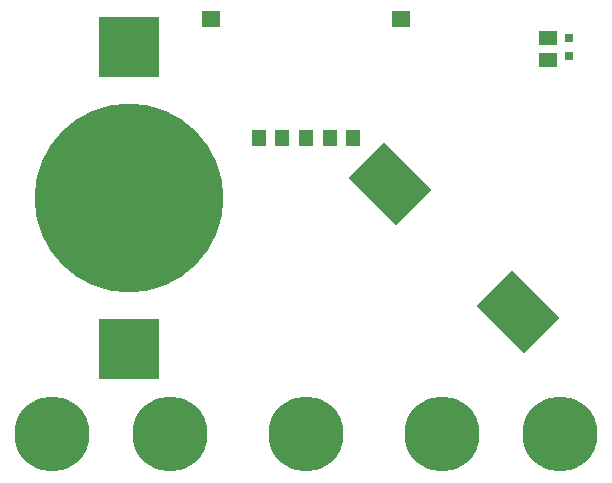
<source format=gbr>
G04 DipTrace 3.3.1.1*
G04 TopAssy.gbr*
%MOIN*%
G04 #@! TF.FileFunction,Drawing,Top*
G04 #@! TF.Part,Single*
%AMOUTLINE0*
4,1,4,
0.019487,-0.139194,
-0.139194,0.019487,
-0.019487,0.139194,
0.139194,-0.019487,
0.019487,-0.139194,
0*%
%ADD16R,0.031496X0.031496*%
G04 #@! TA.AperFunction,ComponentPad*
%ADD17C,0.25*%
%ADD19R,0.200787X0.200787*%
%ADD20C,0.629921*%
%ADD24R,0.059055X0.051181*%
%ADD30R,0.059055X0.055118*%
%ADD31R,0.047244X0.055118*%
%ADD68OUTLINE0*%
%FSLAX26Y26*%
G04*
G70*
G90*
G75*
G01*
G04 TopAssy*
%LPD*%
D16*
X2272638Y1948672D3*
Y1889617D3*
D17*
X551181Y629923D3*
X944882D3*
X1397638D3*
X1850394D3*
X2244094D3*
D19*
X807076Y913387D3*
D20*
Y1417324D3*
D19*
Y1921261D3*
D68*
X2103887Y1036173D3*
X1677953Y1462108D3*
D24*
X2203887Y1875986D3*
Y1950789D3*
D30*
X1714567Y2011812D3*
X1080709D3*
D31*
X1397638Y1618112D3*
X1476378D3*
X1318898D3*
X1240157D3*
X1555118D3*
M02*

</source>
